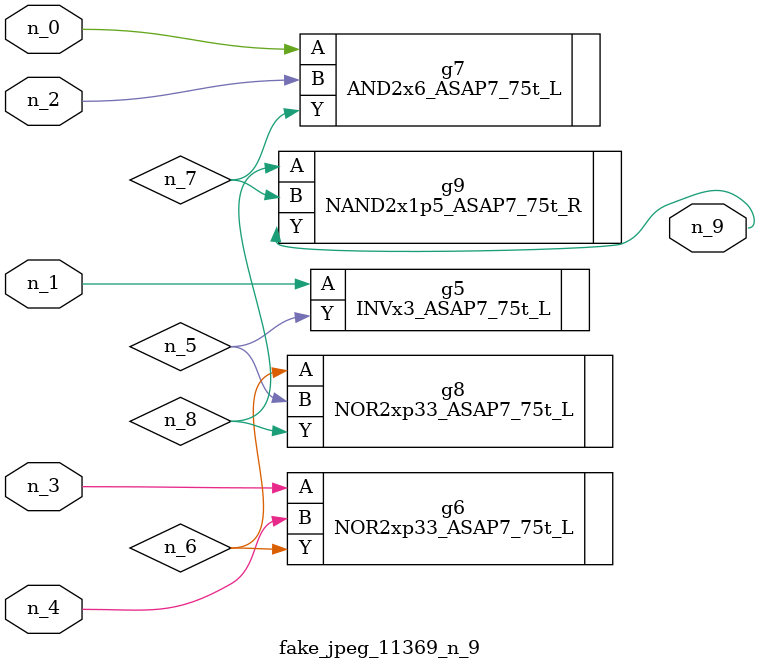
<source format=v>
module fake_jpeg_11369_n_9 (n_3, n_2, n_1, n_0, n_4, n_9);

input n_3;
input n_2;
input n_1;
input n_0;
input n_4;

output n_9;

wire n_8;
wire n_6;
wire n_5;
wire n_7;

INVx3_ASAP7_75t_L g5 ( 
.A(n_1),
.Y(n_5)
);

NOR2xp33_ASAP7_75t_L g6 ( 
.A(n_3),
.B(n_4),
.Y(n_6)
);

AND2x6_ASAP7_75t_L g7 ( 
.A(n_0),
.B(n_2),
.Y(n_7)
);

NOR2xp33_ASAP7_75t_L g8 ( 
.A(n_6),
.B(n_5),
.Y(n_8)
);

NAND2x1p5_ASAP7_75t_R g9 ( 
.A(n_8),
.B(n_7),
.Y(n_9)
);


endmodule
</source>
